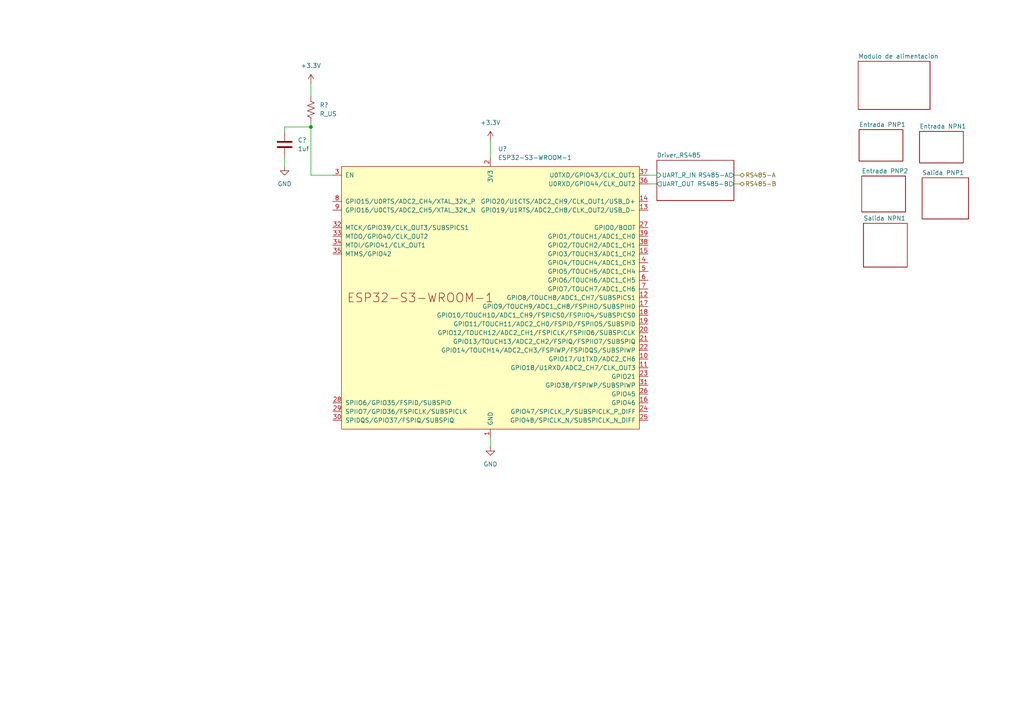
<source format=kicad_sch>
(kicad_sch (version 20250114) (generator "eeschema") (generator_version "9.0")
  (paper "A4")
  (lib_symbols
    (symbol "Device:C" (pin_numbers (hide yes)) (pin_names (offset 0.254))
      (property "Reference" "C" (at 0.635 2.54 0))
      (property "Value" "C" (at 0.635 -2.54 0))
      (symbol "C_0_1"
        (polyline (pts (xy -2.032 0.762) (xy 2.032 0.762)) (stroke (width 0.508)))
        (polyline (pts (xy -2.032 -0.762) (xy 2.032 -0.762)) (stroke (width 0.508)))
      )
      (symbol "C_1_1"
        (pin passive line (at 0 3.81 270) (length 2.794) (name "~") (number "1"))
        (pin passive line (at 0 -3.81 90) (length 2.794) (name "~") (number "2"))
      )
    )
    (symbol "Device:R_US" (pin_numbers (hide yes)) (pin_names (offset 0))
      (property "Reference" "R" (at 2.54 0 90))
      (property "Value" "R_US" (at -2.54 0 90))
      (symbol "R_US_0_1"
        (polyline (pts (xy 0 2.286) (xy 0 2.54)))
        (polyline (pts (xy 0 2.286) (xy 1.016 1.905) (xy 0 1.524) (xy -1.016 1.143) (xy 0 0.762)))
        (polyline (pts (xy 0 0.762) (xy 1.016 0.381) (xy 0 0) (xy -1.016 -0.381) (xy 0 -0.762)))
        (polyline (pts (xy 0 -0.762) (xy 1.016 -1.143) (xy 0 -1.524) (xy -1.016 -1.905) (xy 0 -2.286)))
        (polyline (pts (xy 0 -2.286) (xy 0 -2.54)))
      )
      (symbol "R_US_1_1"
        (pin passive line (at 0 3.81 270) (length 1.27) (name "~") (number "1"))
        (pin passive line (at 0 -3.81 90) (length 1.27) (name "~") (number "2"))
      )
    )
    (symbol "PCM_Espressif:ESP32-S3-WROOM-1" (pin_names (offset 1.016))
      (property "Reference" "U" (at -43.18 43.18 0))
      (property "Value" "ESP32-S3-WROOM-1" (at -43.18 40.64 0))
      (symbol "ESP32-S3-WROOM-1_0_0"
        (text "ESP32-S3-WROOM-1" (at -20.32 0 0) (effects (font (size 2.54 2.54))))
        (pin input line (at -45.72 35.56 0) (length 2.54) (name "EN") (number "3"))
        (pin bidirectional line (at -45.72 27.94 0) (length 2.54) (name "GPIO15/U0RTS/ADC2_CH4/XTAL_32K_P") (number "8"))
        (pin bidirectional line (at -45.72 25.4 0) (length 2.54) (name "GPIO16/U0CTS/ADC2_CH5/XTAL_32K_N") (number "9"))
        (pin bidirectional line (at -45.72 20.32 0) (length 2.54) (name "MTCK/GPIO39/CLK_OUT3/SUBSPICS1") (number "32"))
        (pin bidirectional line (at -45.72 17.78 0) (length 2.54) (name "MTDO/GPIO40/CLK_OUT2") (number "33"))
        (pin bidirectional line (at -45.72 15.24 0) (length 2.54) (name "MTDI/GPIO41/CLK_OUT1") (number "34"))
        (pin bidirectional line (at -45.72 12.7 0) (length 2.54) (name "MTMS/GPIO42") (number "35"))
        (pin bidirectional line (at -45.72 -30.48 0) (length 2.54) (name "SPIIO6/GPIO35/FSPID/SUBSPID") (number "28"))
        (pin bidirectional line (at -45.72 -33.02 0) (length 2.54) (name "SPIIO7/GPIO36/FSPICLK/SUBSPICLK") (number "29"))
        (pin bidirectional line (at -45.72 -35.56 0) (length 2.54) (name "SPIDQS/GPIO37/FSPIQ/SUBSPIQ") (number "30"))
        (pin power_in line (at 0 40.64 270) (length 2.54) (name "3V3") (number "2"))
        (pin power_in line (at 0 -40.64 90) (length 2.54) (name "GND") (number "1"))
        (pin passive line (at 0 -40.64 90) (length 2.54) (hide yes) (name "GND") (number "40"))
        (pin passive line (at 0 -40.64 90) (length 2.54) (hide yes) (name "GND") (number "41"))
        (pin bidirectional line (at 45.72 35.56 180) (length 2.54) (name "U0TXD/GPIO43/CLK_OUT1") (number "37"))
        (pin bidirectional line (at 45.72 33.02 180) (length 2.54) (name "U0RXD/GPIO44/CLK_OUT2") (number "36"))
        (pin bidirectional line (at 45.72 27.94 180) (length 2.54) (name "GPIO20/U1CTS/ADC2_CH9/CLK_OUT1/USB_D+") (number "14"))
        (pin bidirectional line (at 45.72 25.4 180) (length 2.54) (name "GPIO19/U1RTS/ADC2_CH8/CLK_OUT2/USB_D-") (number "13"))
        (pin bidirectional line (at 45.72 20.32 180) (length 2.54) (name "GPIO0/BOOT") (number "27"))
        (pin bidirectional line (at 45.72 17.78 180) (length 2.54) (name "GPIO1/TOUCH1/ADC1_CH0") (number "39"))
        (pin bidirectional line (at 45.72 15.24 180) (length 2.54) (name "GPIO2/TOUCH2/ADC1_CH1") (number "38"))
        (pin bidirectional line (at 45.72 12.7 180) (length 2.54) (name "GPIO3/TOUCH3/ADC1_CH2") (number "15"))
        (pin bidirectional line (at 45.72 10.16 180) (length 2.54) (name "GPIO4/TOUCH4/ADC1_CH3") (number "4"))
        (pin bidirectional line (at 45.72 7.62 180) (length 2.54) (name "GPIO5/TOUCH5/ADC1_CH4") (number "5"))
        (pin bidirectional line (at 45.72 5.08 180) (length 2.54) (name "GPIO6/TOUCH6/ADC1_CH5") (number "6"))
        (pin bidirectional line (at 45.72 2.54 180) (length 2.54) (name "GPIO7/TOUCH7/ADC1_CH6") (number "7"))
        (pin bidirectional line (at 45.72 0 180) (length 2.54) (name "GPIO8/TOUCH8/ADC1_CH7/SUBSPICS1") (number "12"))
        (pin bidirectional line (at 45.72 -2.54 180) (length 2.54) (name "GPIO9/TOUCH9/ADC1_CH8/FSPIHD/SUBSPIHD") (number "17"))
        (pin bidirectional line (at 45.72 -5.08 180) (length 2.54) (name "GPIO10/TOUCH10/ADC1_CH9/FSPICS0/FSPIIO4/SUBSPICS0") (number "18"))
        (pin bidirectional line (at 45.72 -7.62 180) (length 2.54) (name "GPIO11/TOUCH11/ADC2_CH0/FSPID/FSPIIO5/SUBSPID") (number "19"))
        (pin bidirectional line (at 45.72 -10.16 180) (length 2.54) (name "GPIO12/TOUCH12/ADC2_CH1/FSPICLK/FSPIIO6/SUBSPICLK") (number "20"))
        (pin bidirectional line (at 45.72 -12.7 180) (length 2.54) (name "GPIO13/TOUCH13/ADC2_CH2/FSPIQ/FSPIIO7/SUBSPIQ") (number "21"))
        (pin bidirectional line (at 45.72 -15.24 180) (length 2.54) (name "GPIO14/TOUCH14/ADC2_CH3/FSPIWP/FSPIDQS/SUBSPIWP") (number "22"))
        (pin bidirectional line (at 45.72 -17.78 180) (length 2.54) (name "GPIO17/U1TXD/ADC2_CH6") (number "10"))
        (pin bidirectional line (at 45.72 -20.32 180) (length 2.54) (name "GPIO18/U1RXD/ADC2_CH7/CLK_OUT3") (number "11"))
        (pin bidirectional line (at 45.72 -22.86 180) (length 2.54) (name "GPIO21") (number "23"))
        (pin bidirectional line (at 45.72 -25.4 180) (length 2.54) (name "GPIO38/FSPIWP/SUBSPIWP") (number "31"))
        (pin bidirectional line (at 45.72 -27.94 180) (length 2.54) (name "GPIO45") (number "26"))
        (pin bidirectional line (at 45.72 -30.48 180) (length 2.54) (name "GPIO46") (number "16"))
        (pin bidirectional line (at 45.72 -33.02 180) (length 2.54) (name "GPIO47/SPICLK_P/SUBSPICLK_P_DIFF") (number "24"))
        (pin bidirectional line (at 45.72 -35.56 180) (length 2.54) (name "GPIO48/SPICLK_N/SUBSPICLK_N_DIFF") (number "25"))
      )
      (symbol "ESP32-S3-WROOM-1_0_1"
        (rectangle (start -43.18 38.1) (end 43.18 -38.1) (fill (type background)))
      )
    )
    (symbol "power:+3.3V" (power) (pin_numbers (hide yes)) (pin_names (offset 0) (hide yes))
      (property "Value" "+3.3V" (at 0 3.556 0))
      (symbol "+3.3V_0_1"
        (polyline (pts (xy -0.762 1.27) (xy 0 2.54)))
        (polyline (pts (xy 0 2.54) (xy 0.762 1.27)))
        (polyline (pts (xy 0 0) (xy 0 2.54)))
      )
      (symbol "+3.3V_1_1"
        (pin power_in line (at 0 0 90) (length 0) (name "~") (number "1"))
      )
    )
    (symbol "power:GND" (power) (pin_numbers (hide yes)) (pin_names (offset 0) (hide yes))
      (property "Value" "GND" (at 0 -3.81 0))
      (symbol "GND_0_1"
        (polyline (pts (xy 0 0) (xy 0 -1.27) (xy 1.27 -1.27) (xy 0 -2.54) (xy -1.27 -1.27) (xy 0 -1.27)))
      )
      (symbol "GND_1_1"
        (pin power_in line (at 0 0 270) (length 0) (name "~") (number "1"))
      )
    )
  )
  (junction (at 90.17 36.83))
  (wire (pts (xy 90.17 36.83) (xy 82.55 36.83)))
  (wire (pts (xy 142.24 127) (xy 142.24 129.54)))
  (wire (pts (xy 82.55 36.83) (xy 82.55 38.1)))
  (wire (pts (xy 212.852 50.8) (xy 214.63 50.8)))
  (wire (pts (xy 96.52 50.8) (xy 90.17 50.8)))
  (wire (pts (xy 90.17 35.56) (xy 90.17 36.83)))
  (wire (pts (xy 212.852 53.34) (xy 214.63 53.34)))
  (wire (pts (xy 187.96 50.8) (xy 190.5 50.8)))
  (wire (pts (xy 82.55 45.72) (xy 82.55 48.26)))
  (wire (pts (xy 90.17 24.13) (xy 90.17 27.94)))
  (wire (pts (xy 90.17 36.83) (xy 90.17 50.8)))
  (wire (pts (xy 187.96 53.34) (xy 190.5 53.34)))
  (wire (pts (xy 142.24 40.64) (xy 142.24 45.72)))
  (hierarchical_label "RLY2_NOD" (shape input) (at 303.53 116.84 0))
  (hierarchical_label "NPN_IN_2" (shape input) (at 300.99 17.78 0))
  (hierarchical_label "PNP_in_1" (shape input) (at 300.99 25.4 0))
  (hierarchical_label "AOUT_420_1" (shape input) (at 299.72 35.56 0))
  (hierarchical_label "RLY1_NOD" (shape input) (at 299.72 76.2 0))
  (hierarchical_label "DOUT_NPN_2" (shape input) (at 302.26 111.76 0))
  (hierarchical_label "A420_in1" (shape input) (at 304.8 135.89 0))
  (hierarchical_label "A010_IN1" (shape input) (at 299.72 52.07 0))
  (hierarchical_label "PNP_IN_2" (shape input) (at 300.99 29.21 0))
  (hierarchical_label "RLY1_CD" (shape input) (at 306.07 140.97 0))
  (hierarchical_label "AOUT_010_1" (shape input) (at 299.72 39.37 0))
  (hierarchical_label "RLY2_NCD" (shape input) (at 304.8 124.46 0))
  (hierarchical_label "DOUT_PNP_1" (shape input) (at 302.26 96.52 0))
  (hierarchical_label "RLY2_CD" (shape input) (at 303.53 132.08 0))
  (hierarchical_label "NPN_in_1" (shape input) (at 300.99 13.97 0))
  (hierarchical_label "DOUT_NPN_1" (shape input) (at 302.26 107.95 0))
  (hierarchical_label "D_IN_2" (shape input) (at 300.99 72.39 0))
  (hierarchical_label "RS485-B" (shape bidirectional) (at 214.63 53.34 0))
  (hierarchical_label "RS485-A" (shape bidirectional) (at 214.63 50.8 0))
  (hierarchical_label "RLY1_NCD" (shape input) (at 300.99 83.82 0))
  (hierarchical_label "DOUT_PNP_2" (shape input) (at 302.26 100.33 0))
  (hierarchical_label "A032_in1" (shape input) (at 299.72 57.15 0))
  (hierarchical_label "RUN{slash}Stop" (shape input) (at 302.26 90.17 0))
  (hierarchical_label "D_IN1" (shape input) (at 300.99 66.04 0))
  (symbol (lib_id "power:GND") (at 142.24 129.54 0) (unit 1)
    (property "Reference" "#PWR?" (effects (hide yes)))
    (property "Value" "GND" (at 142.24 134.62 0))
    (property "Description" "Power symbol creates a global label with name \"GND\" , ground" (effects (hide yes)))
  )
  (symbol (lib_id "power:+3.3V") (at 90.17 24.13 0) (unit 1)
    (property "Reference" "#PWR?" (effects (hide yes)))
    (property "Value" "+3.3V" (at 90.17 19.05 0))
    (property "Description" "Power symbol creates a global label with name \"+3.3V\"" (effects (hide yes)))
  )
  (symbol (lib_id "Device:C") (at 82.55 41.91 0) (unit 1)
    (property "Reference" "C?" (at 86.36 40.6399 0) (effects (justify left)))
    (property "Value" "1uf" (at 86.36 43.1799 0) (effects (justify left)))
    (property "Footprint" "Capacitor_SMD:C_0603_1608Metric" (effects (hide yes)))
    (property "Description" "Unpolarized capacitor" (effects (hide yes)))
  )
  (symbol (lib_id "PCM_Espressif:ESP32-S3-WROOM-1") (at 142.24 86.36 0) (unit 1)
    (property "Reference" "U?" (at 144.4341 43.18 0) (effects (justify left)))
    (property "Value" "ESP32-S3-WROOM-1" (at 144.4341 45.72 0) (effects (justify left)))
    (property "Footprint" "PCM_Espressif:ESP32-S3-WROOM-1" (effects (hide yes)))
    (property "Datasheet" "https://www.espressif.com/sites/default/files/documentation/esp32-s3-wroom-1_wroom-1u_datasheet_en.pdf" (effects (hide yes)))
    (property "Description" "2.4 GHz WiFi (802.11 b/g/n) and Bluetooth ® 5 (LE) module Built around ESP32S3 series of SoCs, Xtensa ® dualcore 32bit LX7 microprocessor Flash up to 16 MB, PSRAM up to 8 MB 36 GPIOs, rich set of peripherals Onboard PCB antenna" (effects (hide yes)))
  )
  (symbol (lib_id "power:GND") (at 82.55 48.26 0) (unit 1)
    (property "Reference" "#PWR?" (effects (hide yes)))
    (property "Value" "GND" (at 82.55 53.34 0))
    (property "Description" "Power symbol creates a global label with name \"GND\" , ground" (effects (hide yes)))
  )
  (symbol (lib_id "Device:R_US") (at 90.17 31.75 0) (unit 1)
    (property "Reference" "R?" (at 92.71 30.4799 0) (effects (justify left)))
    (property "Value" "R_US" (at 92.71 33.0199 0) (effects (justify left)))
    (property "Footprint" "Resistor_SMD:R_0603_1608Metric" (effects (hide yes)))
    (property "Description" "Resistor, US symbol" (effects (hide yes)))
  )
  (symbol (lib_id "power:+3.3V") (at 142.24 40.64 0) (unit 1)
    (property "Reference" "#PWR?" (effects (hide yes)))
    (property "Value" "+3.3V" (at 142.24 35.56 0))
    (property "Description" "Power symbol creates a global label with name \"+3.3V\"" (effects (hide yes)))
  )
  (sheet (at 249.174 37.592) (size 12.7 9.144) (stroke (width 0.1524))
    (property "Sheetname" "Entrada PNP1" (at 249.174 36.8804 0) (effects (justify left bottom)))
    (property "Sheetfile" "../../../../../Downloads/imput_NPN.kicad_sch" (effects (hide yes)))
  )
  (sheet (at 250.444 64.77) (size 12.7 12.7) (stroke (width 0.1524))
    (property "Sheetname" "Salida NPN1" (at 250.444 64.0584 0) (effects (justify left bottom)))
    (property "Sheetfile" "../../../../../Downloads/Output_npn.kicad_sch" (effects (hide yes)))
  )
  (sheet (at 266.7 38.1) (size 12.7 9.144) (stroke (width 0.1524))
    (property "Sheetname" "Entrada NPN1" (at 266.7 37.3884 0) (effects (justify left bottom)))
    (property "Sheetfile" "../../../../../Downloads/imput_NPN.kicad_sch" (effects (hide yes)))
  )
  (sheet (at 248.92 17.78) (size 20.828 13.97) (stroke (width 0.1524))
    (property "Sheetname" "Modulo de alimentacion" (at 248.92 17.0684 0) (effects (justify left bottom)))
    (property "Sheetfile" "../../../../../Downloads/PowerSuply.kicad_sch" (effects (hide yes)))
  )
  (sheet (at 249.936 51.054) (size 12.7 10.414) (stroke (width 0.1524))
    (property "Sheetname" "Entrada PNP2" (at 249.936 50.3424 0) (effects (justify left bottom)))
    (property "Sheetfile" "../../../../../Downloads/Input_PNP.kicad_sch" (effects (hide yes)))
  )
  (sheet (at 267.462 51.562) (size 13.462 11.938) (stroke (width 0.1524))
    (property "Sheetname" "Salida PNP1" (at 267.462 50.8504 0) (effects (justify left bottom)))
    (property "Sheetfile" "../../../../../Downloads/Output_PNP.kicad_sch" (effects (hide yes)))
  )
  (sheet (at 190.5 46.482) (size 22.352 11.684) (stroke (width 0.1524))
    (property "Sheetname" "Driver_RS485" (at 190.5 45.7704 0) (effects (justify left bottom)))
    (property "Sheetfile" "../../../../../Downloads/Driver_RS485.kicad_sch" (effects (hide yes)))
    (pin "UART_OUT" output (at 190.5 53.34 180))
    (pin "RS485-A" output (at 212.852 50.8 0))
    (pin "RS485-B" output (at 212.852 53.34 0))
    (pin "UART_R_IN" input (at 190.5 50.8 180))
  )
)
</source>
